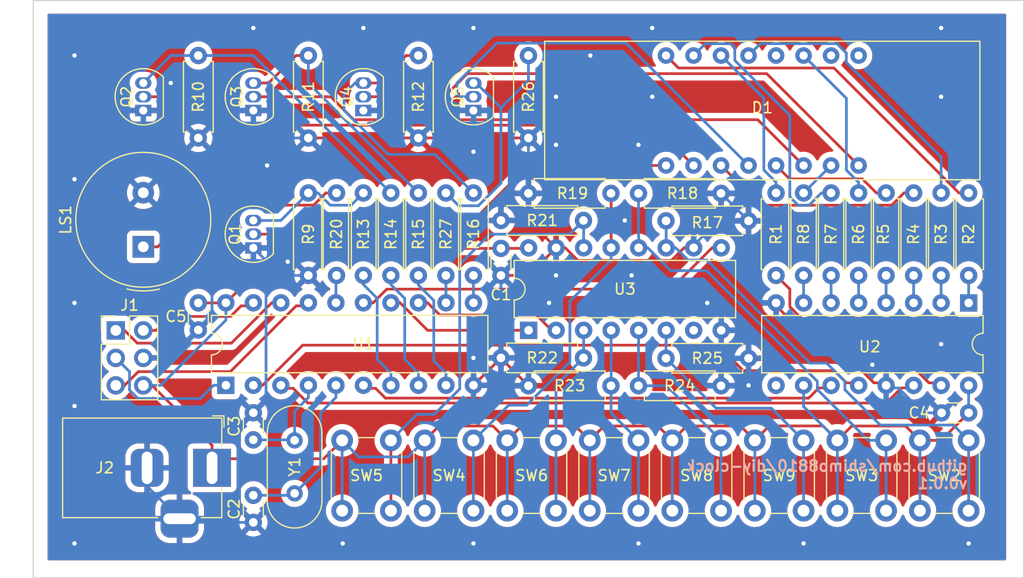
<source format=kicad_pcb>
(kicad_pcb (version 20211014) (generator pcbnew)
  (title_block (date "2023-06-29") (company "shimo8810"))
  (layers (0 "F.Cu" signal) (31 "B.Cu" signal) (34 "B.Paste" user) (35 "F.Paste" user) (36 "B.SilkS" user "B.Silkscreen") (37 "F.SilkS" user "F.Silkscreen") (38 "B.Mask" user) (39 "F.Mask" user) (44 "Edge.Cuts" user))
  (net 0 "")
  (net 1 "+5V")
  (net 2 "GND")
  (net 3 "Net-(C2-Pad2)")
  (net 4 "Net-(C3-Pad2)")
  (net 5 "Net-(D1-Pad1)")
  (net 6 "Net-(D1-Pad2)")
  (net 7 "Net-(D1-Pad3)")
  (net 8 "Net-(D1-Pad4)")
  (net 9 "Net-(D1-Pad5)")
  (net 10 "Net-(D1-Pad6)")
  (net 11 "Net-(D1-Pad7)")
  (net 12 "Net-(D1-Pad8)")
  (net 15 "Net-(D1-Pad11)")
  (net 17 "Net-(D1-Pad13)")
  (net 18 "Net-(D1-Pad14)")
  (net 19 "Net-(D1-Pad15)")
  (net 20 "Net-(D1-Pad16)")
  (net 21 "ISP_MISO")
  (net 22 "ISP_CLK")
  (net 23 "ISP_RESET")
  (net 24 "ISP_MOSI")
  (net 25 "Net-(LS1-Pad1)")
  (net 26 "Net-(Q1-Pad3)")
  (net 27 "Net-(Q2-Pad3)")
  (net 28 "Net-(Q3-Pad3)")
  (net 29 "Net-(Q4-Pad3)")
  (net 30 "Net-(Q5-Pad3)")
  (net 31 "Net-(R1-Pad1)")
  (net 32 "Net-(R2-Pad1)")
  (net 33 "Net-(R3-Pad1)")
  (net 34 "Net-(R4-Pad1)")
  (net 35 "Net-(R5-Pad1)")
  (net 36 "Net-(R6-Pad1)")
  (net 37 "Net-(R7-Pad1)")
  (net 38 "Net-(R8-Pad1)")
  (net 39 "DIG_1")
  (net 40 "DIG_2")
  (net 41 "DIG_3")
  (net 42 "DIG_4")
  (net 43 "Net-(R17-Pad1)")
  (net 44 "Net-(R18-Pad1)")
  (net 45 "Net-(R19-Pad1)")
  (net 46 "Net-(R20-Pad1)")
  (net 47 "Net-(R21-Pad1)")
  (net 48 "Net-(R22-Pad1)")
  (net 49 "Net-(R23-Pad1)")
  (net 50 "Net-(R24-Pad1)")
  (net 51 "Net-(R25-Pad1)")
  (net 52 "DIG_DOT")
  (net 53 "7SEG_RCLK")
  (net 54 "7SEG_SER")
  (net 55 "7SEG_SRCLK")
  (net 56 "SW_CLK")
  (net 57 "SW_S{slash}L")
  (net 58 "SW_OUT")
  (footprint "Button_Switch_THT:SW_PUSH_6mm_H5mm" (layer "F.Cu") (at 145.36 127.785 90)
    (fp_text reference "SW7")
    (fp_text value "SW_Push")
  )
  (footprint "Resistor_THT:R_Axial_DIN0207_L6.3mm_D2.5mm_P7.62mm_Horizontal" (layer "F.Cu") (at 152.4 113.7006)
    (fp_text reference "R25")
    (fp_text value "1k")
  )
  (footprint "Resistor_THT:R_Axial_DIN0207_L6.3mm_D2.5mm_P7.62mm_Horizontal" (layer "F.Cu") (at 132.08 98.425 -90)
    (fp_text reference "R27")
    (fp_text value "3.9k")
  )
  (footprint "Resistor_THT:R_Axial_DIN0207_L6.3mm_D2.5mm_P7.62mm_Horizontal" (layer "F.Cu") (at 109.22 93.345 90)
    (fp_text reference "R10")
    (fp_text value "10k")
  )
  (footprint "Resistor_THT:R_Axial_DIN0207_L6.3mm_D2.5mm_P7.62mm_Horizontal" (layer "F.Cu") (at 147.32 116.2406 180)
    (fp_text reference "R23")
    (fp_text value "1k")
  )
  (footprint "Button_Switch_THT:SW_PUSH_6mm_H5mm" (layer "F.Cu") (at 152.98 127.785 90)
    (fp_text reference "SW8")
    (fp_text value "SW_Push")
  )
  (footprint "Button_Switch_THT:SW_PUSH_6mm_H5mm" (layer "F.Cu") (at 168.22 127.785 90)
    (fp_text reference "SW3")
    (fp_text value "SW_Push")
  )
  (footprint "Button_Switch_THT:SW_PUSH_6mm_H5mm" (layer "F.Cu") (at 137.74 127.785 90)
    (fp_text reference "SW6")
    (fp_text value "SW_Push")
  )
  (footprint "Resistor_THT:R_Axial_DIN0207_L6.3mm_D2.5mm_P7.62mm_Horizontal" (layer "F.Cu") (at 180.34 106.045 90)
    (fp_text reference "R2")
    (fp_text value "330")
  )
  (footprint "Resistor_THT:R_Axial_DIN0207_L6.3mm_D2.5mm_P7.62mm_Horizontal" (layer "F.Cu") (at 129.54 93.345 90)
    (fp_text reference "R12")
    (fp_text value "10k")
  )
  (footprint "Resistor_THT:R_Axial_DIN0207_L6.3mm_D2.5mm_P7.62mm_Horizontal" (layer "F.Cu") (at 139.7 93.345 90)
    (fp_text reference "R26")
    (fp_text value "10k")
  )
  (footprint "Button_Switch_THT:SW_PUSH_6mm_H5mm" (layer "F.Cu") (at 175.84 127.785 90)
    (fp_text reference "SW2")
    (fp_text value "SW_Push")
  )
  (footprint "Resistor_THT:R_Axial_DIN0207_L6.3mm_D2.5mm_P7.62mm_Horizontal" (layer "F.Cu") (at 147.32 98.4606 180)
    (fp_text reference "R19")
    (fp_text value "1k")
  )
  (footprint "Connector_BarrelJack:BarrelJack_Horizontal" (layer "F.Cu") (at 110.49 123.825)
    (fp_text reference "J2")
    (fp_text value "Barrel_Jack_Switch")
  )
  (footprint "Package_DIP:DIP-16_W7.62mm" (layer "F.Cu") (at 180.34 108.585 -90)
    (fp_text reference "U2")
    (fp_text value "74HC595")
  )
  (footprint "Resistor_THT:R_Axial_DIN0207_L6.3mm_D2.5mm_P7.62mm_Horizontal" (layer "F.Cu") (at 134.62 98.425 -90)
    (fp_text reference "R16")
    (fp_text value "3.9k")
  )
  (footprint "Resistor_THT:R_Axial_DIN0207_L6.3mm_D2.5mm_P7.62mm_Horizontal" (layer "F.Cu") (at 175.26 106.045 90)
    (fp_text reference "R4")
    (fp_text value "330")
  )
  (footprint "Resistor_THT:R_Axial_DIN0207_L6.3mm_D2.5mm_P7.62mm_Horizontal" (layer "F.Cu") (at 119.38 106.045 90)
    (fp_text reference "R9")
    (fp_text value "10k")
  )
  (footprint "Capacitor_THT:C_Disc_D3.0mm_W1.6mm_P2.50mm" (layer "F.Cu") (at 114.3 118.737 -90)
    (fp_text reference "C3")
    (fp_text value "22p")
  )
  (footprint "Button_Switch_THT:SW_PUSH_6mm_H5mm" (layer "F.Cu") (at 122.5 127.785 90)
    (fp_text reference "SW5")
    (fp_text value "SW_Push")
  )
  (footprint "Capacitor_THT:C_Disc_D3.0mm_W1.6mm_P2.50mm" (layer "F.Cu") (at 180.34 118.745 180)
    (fp_text reference "C4")
    (fp_text value "0.1u")
  )
  (footprint "Package_TO_SOT_THT:TO-92_Inline" (layer "F.Cu") (at 114.3 103.505 90)
    (fp_text reference "Q1")
    (fp_text value "2SC1815")
  )
  (footprint "Button_Switch_THT:SW_PUSH_6mm_H5mm" (layer "F.Cu") (at 160.6 127.785 90)
    (fp_text reference "SW9")
    (fp_text value "SW_Push")
  )
  (footprint "Resistor_THT:R_Axial_DIN0207_L6.3mm_D2.5mm_P7.62mm_Horizontal" (layer "F.Cu") (at 162.56 106.045 90)
    (fp_text reference "R1")
    (fp_text value "330")
  )
  (footprint "Resistor_THT:R_Axial_DIN0207_L6.3mm_D2.5mm_P7.62mm_Horizontal" (layer "F.Cu") (at 149.86 116.2406)
    (fp_text reference "R24")
    (fp_text value "1k")
  )
  (footprint "Package_TO_SOT_THT:TO-92_Inline" (layer "F.Cu") (at 134.62 90.805 90)
    (fp_text reference "Q5")
    (fp_text value "2SC1815")
  )
  (footprint "Connector_PinHeader_2.54mm:PinHeader_2x03_P2.54mm_Vertical" (layer "F.Cu") (at 101.6 111.125)
    (fp_text reference "J1")
    (fp_text value "Conn_02x03_Counter_Clockwise")
  )
  (footprint "Resistor_THT:R_Axial_DIN0207_L6.3mm_D2.5mm_P7.62mm_Horizontal" (layer "F.Cu") (at 144.78 100.965 180)
    (fp_text reference "R21")
    (fp_text value "1k")
  )
  (footprint "Resistor_THT:R_Axial_DIN0207_L6.3mm_D2.5mm_P7.62mm_Horizontal" (layer "F.Cu") (at 129.54 98.425 -90)
    (fp_text reference "R15")
    (fp_text value "3.9k")
  )
  (footprint "Package_DIP:DIP-16_W7.62mm" (layer "F.Cu") (at 139.715 111.115 90)
    (fp_text reference "U3")
    (fp_text value "74HC165")
  )
  (footprint "Resistor_THT:R_Axial_DIN0207_L6.3mm_D2.5mm_P7.62mm_Horizontal" (layer "F.Cu") (at 167.64 106.045 90)
    (fp_text reference "R7")
    (fp_text value "330")
  )
  (footprint "Resistor_THT:R_Axial_DIN0207_L6.3mm_D2.5mm_P7.62mm_Horizontal" (layer "F.Cu") (at 172.72 106.045 90)
    (fp_text reference "R5")
    (fp_text value "330")
  )
  (footprint "clock:OSL40391-LRA" (layer "F.Cu") (at 161.29 90.805)
    (fp_text reference "D1")
    (fp_text value "OSL40391-LRA")
  )
  (footprint "Resistor_THT:R_Axial_DIN0207_L6.3mm_D2.5mm_P7.62mm_Horizontal" (layer "F.Cu") (at 177.8 106.045 90)
    (fp_text reference "R3")
    (fp_text value "330")
  )
  (footprint "Package_DIP:DIP-20_W7.62mm" (layer "F.Cu") (at 111.765 116.195 90)
    (fp_text reference "U1")
    (fp_text value "ATtiny2313-20P")
  )
  (footprint "Resistor_THT:R_Axial_DIN0207_L6.3mm_D2.5mm_P7.62mm_Horizontal" (layer "F.Cu") (at 149.86 98.4606)
    (fp_text reference "R18")
    (fp_text value "1k")
  )
  (footprint "Button_Switch_THT:SW_PUSH_6mm_H5mm" (layer "F.Cu") (at 130.12 127.785 90)
    (fp_text reference "SW4")
    (fp_text value "SW_Push")
  )
  (footprint "Resistor_THT:R_Axial_DIN0207_L6.3mm_D2.5mm_P7.62mm_Horizontal" (layer "F.Cu") (at 152.4 101.0006)
    (fp_text reference "R17")
    (fp_text value "1k")
  )
  (footprint "Resistor_THT:R_Axial_DIN0207_L6.3mm_D2.5mm_P7.62mm_Horizontal" (layer "F.Cu") (at 165.1 106.045 90)
    (fp_text reference "R8")
    (fp_text value "330")
  )
  (footprint "Buzzer_Beeper:Buzzer_TDK_PS1240P02BT_D12.2mm_H6.5mm" (layer "F.Cu") (at 104.14 103.4035 90)
    (fp_text reference "LS1")
    (fp_text value "Speaker")
  )
  (footprint "Resistor_THT:R_Axial_DIN0207_L6.3mm_D2.5mm_P7.62mm_Horizontal" (layer "F.Cu") (at 144.78 113.665 180)
    (fp_text reference "R22")
    (fp_text value "1k")
  )
  (footprint "Package_TO_SOT_THT:TO-92_Inline" (layer "F.Cu") (at 124.46 90.805 90)
    (fp_text reference "Q4")
    (fp_text value "2SC1815")
  )
  (footprint "Package_TO_SOT_THT:TO-92_Inline" (layer "F.Cu") (at 104.14 90.805 90)
    (fp_text reference "Q2")
    (fp_text value "2SC1815")
  )
  (footprint "Capacitor_THT:C_Disc_D3.0mm_W1.6mm_P2.50mm" (layer "F.Cu") (at 109.22 108.585 -90)
    (fp_text reference "C5")
    (fp_text value "0.1u")
  )
  (footprint "Resistor_THT:R_Axial_DIN0207_L6.3mm_D2.5mm_P7.62mm_Horizontal" (layer "F.Cu") (at 119.38 93.345 90)
    (fp_text reference "R11")
    (fp_text value "10k")
  )
  (footprint "Resistor_THT:R_Axial_DIN0207_L6.3mm_D2.5mm_P7.62mm_Horizontal" (layer "F.Cu") (at 127 98.425 -90)
    (fp_text reference "R14")
    (fp_text value "3.9k")
  )
  (footprint "Package_TO_SOT_THT:TO-92_Inline" (layer "F.Cu") (at 114.3 90.805 90)
    (fp_text reference "Q3")
    (fp_text value "2SC1815")
  )
  (footprint "Crystal:Crystal_HC18-U_Vertical" (layer "F.Cu") (at 118.11 126.185 90)
    (fp_text reference "Y1")
    (fp_text value "16 MHz")
  )
  (footprint "Resistor_THT:R_Axial_DIN0207_L6.3mm_D2.5mm_P7.62mm_Horizontal" (layer "F.Cu") (at 124.46 98.425 -90)
    (fp_text reference "R13")
    (fp_text value "3.9k")
  )
  (footprint "Resistor_THT:R_Axial_DIN0207_L6.3mm_D2.5mm_P7.62mm_Horizontal" (layer "F.Cu") (at 121.98 106.045 90)
    (fp_text reference "R20")
    (fp_text value "1k")
  )
  (footprint "Capacitor_THT:C_Disc_D3.0mm_W1.6mm_P2.50mm" (layer "F.Cu") (at 114.3 128.865 90)
    (fp_text reference "C2")
    (fp_text value "22p")
  )
  (footprint "Resistor_THT:R_Axial_DIN0207_L6.3mm_D2.5mm_P7.62mm_Horizontal" (layer "F.Cu") (at 170.18 106.045 90)
    (fp_text reference "R6")
    (fp_text value "330")
  )
  (footprint "Capacitor_THT:C_Disc_D3.0mm_W1.6mm_P2.50mm" (layer "F.Cu") (at 137.16 103.545 -90)
    (fp_text reference "C1")
    (fp_text value "0.1u")
  )
  (gr_rect (start 93.98 80.645) (end 185.42 133.985) (layer "Edge.Cuts") (width 0.1) (fill none))
  (gr_text "github.com/shimo8810/diy-clock\nv0.0.1" (at 180.34 124.46) (layer "B.SilkS") (effects (font (size 1 1) (thickness 0.2)) (justify left mirror)))
  (segment (start 109.22 108.585) (end 111.755 108.585) (width 0.25) (layer "F.Cu") (net 1))
  (segment (start 137.16 103.545) (end 139.665 103.545) (width 0.25) (layer "F.Cu") (net 1))
  (segment (start 154.3069 119.9581) (end 152.98 121.285) (width 0.25) (layer "F.Cu") (net 1))
  (segment (start 110.49 121.7481) (end 110.49 122.981) (width 0.25) (layer "F.Cu") (net 1))
  (segment (start 151.6531 119.9581) (end 146.6869 119.9581) (width 0.25) (layer "F.Cu") (net 1))
  (segment (start 166.8871 119.9521) (end 168.22 121.285) (width 0.25) (layer "F.Cu") (net 1))
  (segment (start 146.6869 119.9581) (end 145.36 121.285) (width 0.25) (layer "F.Cu") (net 1))
  (segment (start 169.5469 119.9581) (end 168.22 121.285) (width 0.25) (layer "F.Cu") (net 1))
  (segment (start 180.34 118.745) (end 177.8 121.285) (width 0.25) (layer "F.Cu") (net 1))
  (segment (start 144.0331 119.9581) (end 139.0669 119.9581) (width 0.25) (layer "F.Cu") (net 1))
  (segment (start 120.804 122.981) (end 122.5 121.285) (width 0.25) (layer "F.Cu") (net 1))
  (segment (start 137.16 103.545) (end 116.795 103.545) (width 0.25) (layer "F.Cu") (net 1))
  (segment (start 161.9329 119.9521) (end 166.8871 119.9521) (width 0.25) (layer "F.Cu") (net 1))
  (segment (start 174.5131 119.9581) (end 169.5469 119.9581) (width 0.25) (layer "F.Cu") (net 1))
  (segment (start 175.84 121.285) (end 174.5131 119.9581) (width 0.25) (layer "F.Cu") (net 1))
  (segment (start 159.2731 119.9581) (end 154.3069 119.9581) (width 0.25) (layer "F.Cu") (net 1))
  (segment (start 136.4131 119.9581) (end 137.74 121.285) (width 0.25) (layer "F.Cu") (net 1))
  (segment (start 110.49 123.825) (end 110.49 122.981) (width 0.25) (layer "F.Cu") (net 1))
  (segment (start 139.665 103.545) (end 139.715 103.495) (width 0.25) (layer "F.Cu") (net 1))
  (segment (start 111.755 108.585) (end 111.765 108.575) (width 0.25) (layer "F.Cu") (net 1))
  (segment (start 152.98 121.285) (end 151.6531 119.9581) (width 0.25) (layer "F.Cu") (net 1))
  (segment (start 177.8 121.285) (end 175.84 121.285) (width 0.25) (layer "F.Cu") (net 1))
  (segment (start 160.6 121.285) (end 159.2731 119.9581) (width 0.25) (layer "F.Cu") (net 1))
  (segment (start 104.14 116.205) (end 104.9469 116.205) (width 0.25) (layer "F.Cu") (net 1))
  (segment (start 116.795 103.545) (end 111.765 108.575) (width 0.25) (layer "F.Cu") (net 1))
  (segment (start 104.9469 116.205) (end 110.49 121.7481) (width 0.25) (layer "F.Cu") (net 1))
  (segment (start 145.36 121.285) (end 144.0331 119.9581) (width 0.25) (layer "F.Cu") (net 1))
  (segment (start 160.6 121.285) (end 161.9329 119.9521) (width 0.25) (layer "F.Cu") (net 1))
  (segment (start 139.0669 119.9581) (end 137.74 121.285) (width 0.25) (layer "F.Cu") (net 1))
  (segment (start 131.4469 119.9581) (end 136.4131 119.9581) (width 0.25) (layer "F.Cu") (net 1))
  (segment (start 110.49 122.981) (end 120.804 122.981) (width 0.25) (layer "F.Cu") (net 1))
  (segment (start 130.12 121.285) (end 131.4469 119.9581) (width 0.25) (layer "F.Cu") (net 1))
  (segment (start 152.98 123.88) (end 152.98 121.285) (width 0.25) (layer "B.Cu") (net 1))
  (segment (start 130.12 121.285) (end 128.596 122.809) (width 0.25) (layer "B.Cu") (net 1))
  (segment (start 124.024 122.809) (end 122.5 121.285) (width 0.25) (layer "B.Cu") (net 1))
  (segment (start 111.765 110.1824) (end 105.7424 116.205) (width 0.25) (layer "B.Cu") (net 1))
  (segment (start 165.1 116.205) (end 165.1 118.165) (width 0.25) (layer "B.Cu") (net 1))
  (segment (start 152.98 127.785) (end 152.98 123.88) (width 0.25) (layer "B.Cu") (net 1))
  (segment (start 160.6 127.785) (end 160.6 121.285) (width 0.25) (layer "B.Cu") (net 1))
  (segment (start 175.84 121.285) (end 175.84 127.785) (width 0.25) (layer "B.Cu") (net 1))
  (segment (start 180.34 118.745) (end 180.34 116.205) (width 0.25) (layer "B.Cu") (net 1))
  (segment (start 122.5 121.285) (end 122.5 127.785) (width 0.25) (layer "B.Cu") (net 1))
  (segment (start 128.596 122.809) (end 124.024 122.809) (width 0.25) (layer "B.Cu") (net 1))
  (segment (start 130.12 127.785) (end 130.12 121.285) (width 0.25) (layer "B.Cu") (net 1))
  (segment (start 145.36 121.285) (end 145.36 127.785) (width 0.25) (layer "B.Cu") (net 1))
  (segment (start 111.765 108.575) (end 111.765 110.1824) (width 0.25) (layer "B.Cu") (net 1))
  (segment (start 137.74 121.285) (end 137.74 127.785) (width 0.25) (layer "B.Cu") (net 1))
  (segment (start 105.7424 116.205) (end 104.14 116.205) (width 0.25) (layer "B.Cu") (net 1))
  (segment (start 168.22 127.785) (end 168.22 121.285) (width 0.25) (layer "B.Cu") (net 1))
  (segment (start 165.1 118.165) (end 168.22 121.285) (width 0.25) (layer "B.Cu") (net 1))
  (segment (start 172.4865 115.9715) (end 172.72 116.205) (width 0.25) (layer "F.Cu") (net 2))
  (segment (start 144.2643 104.6591) (end 143.1002 103.495) (width 0.25) (layer "F.Cu") (net 2))
  (segment (start 152.8975 104.6591) (end 144.2643 104.6591) (width 0.25) (layer "F.Cu") (net 2))
  (segment (start 154.955 103.495) (end 154.0616 103.495) (width 0.25) (layer "F.Cu") (net 2))
  (segment (start 137.16 106.045) (end 139.705 106.045) (width 0.25) (layer "F.Cu") (net 2))
  (segment (start 137.16 113.665) (end 134.63 116.195) (width 0.25) (layer "F.Cu") (net 2))
  (segment (start 134.63 116.195) (end 134.625 116.195) (width 0.25) (layer "F.Cu") (net 2))
  (segment (start 129.54 93.345) (end 119.38 93.345) (width 0.25) (layer "F.Cu") (net 2))
  (segment (start 161.9966 108.585) (end 162.3035 108.585) (width 0.25) (layer "F.Cu") (net 2))
  (segment (start 160.02 112.2319) (end 160.02 113.7006) (width 0.25) (layer "F.Cu") (net 2))
  (segment (start 162.56 108.585) (end 162.3035 108.585) (width 0.25) (layer "F.Cu") (net 2))
  (segment (start 167.5281 113.8096) (end 169.4312 113.8096) (width 0.25) (layer "F.Cu") (net 2))
  (segment (start 162.3035 108.585) (end 167.5281 113.8096) (width 0.25) (layer "F.Cu") (net 2))
  (segment (start 154.0616 103.495) (end 152.8975 104.6591) (width 0.25) (layer "F.Cu") (net 2))
  (segment (start 160.02 101.0006) (end 160.02 107.1719) (width 0.25) (layer "F.Cu") (net 2))
  (segment (start 139.7 98.4606) (end 139.7 100.94) (width 0.25) (layer "F.Cu") (net 2))
  (segment (start 139.7 116.2406) (end 137.16 113.7006) (width 0.25) (layer "F.Cu") (net 2))
  (segment (start 158.9031 111.115) (end 157.495 111.115) (width 0.25) (layer "F.Cu") (net 2))
  (segment (start 137.16 113.7006) (end 137.16 113.665) (width 0.25) (layer "F.Cu") (net 2))
  (segment (start 143.1002 103.495) (end 142.255 103.495) (width 0.25) (layer "F.Cu") (net 2))
  (segment (start 160.02 107.1719) (end 161.4331 108.585) (width 0.25) (layer "F.Cu") (net 2))
  (segment (start 161.4331 108.585) (end 158.9031 111.115) (width 0.25) (layer "F.Cu") (net 2))
  (segment (start 169.4312 113.8096) (end 171.5931 115.9715) (width 0.25) (layer "F.Cu") (net 2))
  (segment (start 171.5931 115.9715) (end 172.4865 115.9715) (width 0.25) (layer "F.Cu") (net 2))
  (segment (start 161.9966 108.585) (end 161.4331 108.585) (width 0.25) (layer "F.Cu") (net 2))
  (segment (start 139.705 106.045) (end 142.255 103.495) (width 0.25) (layer "F.Cu") (net 2))
  (segment (start 139.7 100.94) (end 142.255 103.495) (width 0.25) (layer "F.Cu") (net 2))
  (segment (start 139.7 93.345) (end 129.54 93.345) (width 0.25) (layer "F.Cu") (net 2))
  (segment (start 158.9031 111.115) (end 160.02 112.2319) (width 0.25) (layer "F.Cu") (net 2))
  (via (at 151.13 83.185) (size 0.8) (drill 0.4) (layers "F.Cu" "B.Cu") (net 2))
  (via (at 177.8 83.185) (size 0.8) (drill 0.4) (layers "F.Cu" "B.Cu") (net 2))
  (via (at 180.34 130.81) (size 0.8) (drill 0.4) (layers "F.Cu" "B.Cu") (net 2))
  (via (at 142.24 106.045) (size 0.8) (drill 0.4) (layers "F.Cu" "B.Cu") (net 2))
  (via (at 165.1 130.81) (size 0.8) (drill 0.4) (layers "F.Cu" "B.Cu") (net 2))
  (via (at 141.605 108.585) (size 0.8) (drill 0.4) (layers "F.Cu" "B.Cu") (net 2))
  (via (at 122.555 130.81) (size 0.8) (drill 0.4) (layers "F.Cu" "B.Cu") (net 2))
  (via (at 97.79 85.725) (size 0.8) (drill 0.4) (layers "F.Cu" "B.Cu") (net 2))
  (via (at 134.62 113.665) (size 0.8) (drill 0.4) (layers "F.Cu" "B.Cu") (net 2))
  (via (at 145.415 85.725) (size 0.8) (drill 0.4) (layers "F.Cu" "B.Cu") (net 2))
  (via (at 97.79 118.11) (size 0.8) (drill 0.4) (layers "F.Cu" "B.Cu") (net 2))
  (via (at 97.79 97.155) (size 0.8) (drill 0.4) (layers "F.Cu" "B.Cu") (net 2))
  (via (at 151.13 89.535) (size 0.8) (drill 0.4) (layers "F.Cu" "B.Cu") (net 2))
  (via (at 97.79 108.585) (size 0.8) (drill 0.4) (layers "F.Cu" "B.Cu") (net 2))
  (via (at 124.46 83.185) (size 0.8) (drill 0.4) (layers "F.Cu" "B.Cu") (net 2))
  (via (at 134.62 94.615) (size 0.8) (drill 0.4) (layers "F.Cu" "B.Cu") (net 2))
  (via (at 156.21 108.585) (size 0.8) (drill 0.4) (layers "F.Cu" "B.Cu") (net 2))
  (via (at 160.02 116.205) (size 0.8) (drill 0.4) (layers "F.Cu" "B.Cu") (net 2))
  (via (at 117.475 104.775) (size 0.8) (drill 0.4) (layers "F.Cu" "B.Cu") (net 2))
  (via (at 97.79 130.81) (size 0.8) (drill 0.4) (layers "F.Cu" "B.Cu") (net 2))
  (via (at 114.3 83.185) (size 0.8) (drill 0.4) (layers "F.Cu" "B.Cu") (net 2))
  (via (at 149.225 106.045) (size 0.8) (drill 0.4) (layers "F.Cu" "B.Cu") (net 2))
  (via (at 134.62 83.185) (size 0.8) (drill 0.4) (layers "F.Cu" "B.Cu") (net 2))
  (via (at 171.45 114.3) (size 0.8) (drill 0.4) (layers "F.Cu" "B.Cu") (net 2))
  (via (at 106.68 88.265) (size 0.8) (drill 0.4) (layers "F.Cu" "B.Cu") (net 2))
  (via (at 142.24 89.535) (size 0.8) (drill 0.4) (layers "F.Cu" "B.Cu") (net 2))
  (via (at 177.8 112.395) (size 0.8) (drill 0.4) (layers "F.Cu" "B.Cu") (net 2))
  (via (at 134.62 130.81) (size 0.8) (drill 0.4) (layers "F.Cu" "B.Cu") (net 2))
  (via (at 149.86 93.98) (size 0.8) (drill 0.4) (layers "F.Cu" "B.Cu") (net 2))
  (via (at 115.57 95.885) (size 0.8) (drill 0.4) (layers "F.Cu" "B.Cu") (net 2))
  (via (at 148.59 100.965) (size 0.8) (drill 0.4) (layers "F.Cu" "B.Cu") (net 2))
  (via (at 142.24 93.98) (size 0.8) (drill 0.4) (layers "F.Cu" "B.Cu") (net 2))
  (via (at 149.86 130.81) (size 0.8) (drill 0.4) (layers "F.Cu" "B.Cu") (net 2))
  (via (at 177.8 89.535) (size 0.8) (drill 0.4) (layers "F.Cu" "B.Cu") (net 2))
  (segment (start 107.83 128.865) (end 114.3 128.865) (width 0.25) (layer "B.Cu") (net 2))
  (segment (start 154.955 103.495) (end 154.955 103.266) (width 0.25) (layer "B.Cu") (net 2))
  (segment (start 114.3 92.075) (end 115.57 93.345) (width 0.25) (layer "B.Cu") (net 2))
  (segment (start 111.76 90.805) (end 109.22 93.345) (width 0.25) (layer "B.Cu") (net 2))
  (segment (start 109.22 111.085) (end 110.4875 109.8175) (width 0.25) (layer "B.Cu") (net 2))
  (segment (start 110.49 108.2189) (end 110.49 106.553) (width 0.25) (layer "B.Cu") (net 2))
  (segment (start 115.4731 106.045) (end 115.4731 117.5639) (width 0.25) (layer "B.Cu") (net 2))
  (segment (start 139.7 98.4606) (end 138.5375 98.4606) (width 0.25) (layer "B.Cu") (net 2))
  (segment (start 124.46 90.805) (end 127 90.805) (width 0.25) (layer "B.Cu") (net 2))
  (segment (start 139.7 93.345) (end 139.7 98.4606) (width 0.25) (layer "B.Cu") (net 2))
  (segment (start 137.16 112.5381) (end 137.16 109.8891) (width 0.25) (layer "B.Cu") (net 2))
  (segment (start 104.14 113.665) (end 106.64 113.665) (width 0.25) (layer "B.Cu") (net 2))
  (segment (start 113.03 127.595) (end 113.03 120.007) (width 0.25) (layer "B.Cu") (net 2))
  (segment (start 176.1534 118.745) (end 173.8469 116.4385) (width 0.25) (layer "B.Cu") (net 2))
  (segment (start 137.16 113.665) (end 137.16 112.5381) (width 0.25) (layer "B.Cu") (net 2))
  (segment (start 110.49 106.553) (end 112.1711 104.8719) (width 0.25) (layer "B.Cu") (net 2))
  (segment (start 109.22 93.345) (end 112.7235 96.8485) (width 0.25) (layer "B.Cu") (net 2))
  (segment (start 160.02 113.7006) (end 160.02 114.8275) (width 0.25) (layer "B.Cu") (net 2))
  (segment (start 109.22 93.345) (end 104.1615 98.4035) (width 0.25) (layer "B.Cu") (net 2))
  (segment (start 104.14 90.805) (end 106.68 90.805) (width 0.25) (layer "B.Cu") (net 2))
  (segment (start 115.4731 106.045) (end 114.3 104.8719) (width 0.25) (layer "B.Cu") (net 2))
  (segment (start 158.6069 116.2406) (end 160.02 114.8275) (width 0.25) (layer "B.Cu") (net 2))
  (segment (start 157.48 100.741) (end 157.48 98.4606) (width 0.25) (layer "B.Cu") (net 2))
  (segment (start 106.64 113.665) (end 109.22 111.085) (width 0.25) (layer "B.Cu") (net 2))
  (segment (start 137.16 107.8013) (end 137.16 106.045) (width 0.25) (layer "B.Cu") (net 2))
  (segment (start 172.9535 116.4385) (end 172.72 116.205) (width 0.25) (layer "B.Cu") (net 2))
  (segment (start 115.57 93.345) (end 116.227 93.345) (width 0.25) (layer "B.Cu") (net 2))
  (segment (start 107.49 128.525) (end 104.49 125.525) (width 0.25) (layer "B.Cu") (net 2))
  (segment (start 113.538 103.505) (end 114.3 103.505) (width 0.25) (layer "B.Cu") (net 2))
  (segment (start 119.38 93.345) (end 116.227 93.345) (width 0.25) (layer "B.Cu") (net 2))
  (segment (start 104.1615 98.4035) (end 104.14 98.4035) (width 0.25) (layer "B.Cu") (net 2))
  (segment (start 173.8469 116.4385) (end 172.9535 116.4385) (width 0.25) (layer "B.Cu") (net 2))
  (segment (start 115.4731 117.5639) (end 114.3 118.737) (width 0.25) (layer "B.Cu") (net 2))
  (segment (start 114.3 128.865) (end 113.03 127.595) (width 0.25) (layer "B.Cu") (net 2))
  (segment (start 113.538 103.505) (end 112.7235 102.6905) (width 0.25) (layer "B.Cu") (net 2))
  (segment (start 154.955 103.266) (end 157.48 100.741) (width 0.25) (layer "B.Cu") (net 2))
  (segment (start 107.49 128.525) (end 107.83 128.865) (width 0.25) (layer "B.Cu") (net 2))
  (segment (start 177.84 118.745) (end 176.1534 118.745) (width 0.25) (layer "B.Cu") (net 2))
  (segment (start 110.4875 109.8175) (end 110.4875 108.2214) (width 0.25) (layer "B.Cu") (net 2))
  (segment (start 112.1711 104.8719) (end 113.538 103.505) (width 0.25) (layer "B.Cu") (net 2))
  (segment (start 132.08 90.805) (end 129.54 93.345) (width 0.25) (layer "B.Cu") (net 2))
  (segment (start 138.5375 98.4606) (end 137.16 99.8381) (width 0.25) (layer "B.Cu") (net 2))
  (segment (start 104.49 125.525) (end 104.49 123.825) (width 0.25) (layer "B.Cu") (net 2))
  (segment (start 116.84 106.045) (end 114.3 103.505) (width 0.25) (layer "B.Cu") (net 2))
  (segment (start 119.38 106.045) (end 116.84 106.045) (width 0.25) (layer "B.Cu") (net 2))
  (segment (start 134.62 90.805) (end 132.08 90.805) (width 0.25) (layer "B.Cu") (net 2))
  (segment (start 112.7235 102.6905) (end 112.7235 96.8485) (width 0.25) (layer "B.Cu") (net 2))
  (segment (start 157.48 116.2406) (end 158.6069 116.2406) (width 0.25) (layer "B.Cu") (net 2))
  (segment (start 137.1615 107.8028) (end 137.16 107.8013) (width 0.25) (layer "B.Cu") (net 2))
  (segment (start 127 90.805) (end 129.54 93.345) (width 0.25) (layer "B.Cu") (net 2))
  (segment (start 114.3 90.805) (end 111.76 90.805) (width 0.25) (layer "B.Cu") (net 2))
  (segment (start 106.68 90.805) (end 109.22 93.345) (width 0.25) (layer "B.Cu") (net 2))
  (segment (start 137.16 109.8891) (end 137.1615 109.8876) (width 0.25) (layer "B.Cu") (net 2))
  (segment (start 160.02 101.0006) (end 157.48 98.4606) (width 0.25) (layer "B.Cu") (net 2))
  (segment (start 137.1615 109.8876) (end 137.1615 107.8028) (width 0.25) (layer "B.Cu") (net 2))
  (segment (start 114.3 104.8719) (end 114.3 103.505) (width 0.25) (layer "B.Cu") (net 2))
  (segment (start 114.3 90.805) (end 114.3 92.075) (width 0.25) (layer "B.Cu") (net 2))
  (segment (start 113.03 120.007) (end 114.3 118.737) (width 0.25) (layer "B.Cu") (net 2))
  (segment (start 110.4875 108.2214) (end 110.49 108.2189) (width 0.25) (layer "B.Cu") (net 2))
  (segment (start 137.16 100.965) (end 137.16 99.8381) (width 0.25) (layer "B.Cu") (net 2))
  (segment (start 118.11 126.185) (end 120.5104 123.7846) (width 0.25) (layer "B.Cu") (net 3))
  (segment (start 114.3 126.365) (end 117.93 126.365) (width 0.25) (layer "B.Cu") (net 3))
  (segment (start 117.93 126.365) (end 118.11 126.185) (width 0.25) (layer "B.Cu") (net 3))
  (segment (start 120.5104 123.7846) (end 120.5104 118.7365) (width 0.25) (layer "B.Cu") (net 3))
  (segment (start 121.925 116.195) (end 121.925 117.3219) (width 0.25) (layer "B.Cu") (net 3))
  (segment (start 120.5104 118.7365) (end 121.925 117.3219) (width 0.25) (layer "B.Cu") (net 3))
  (segment (start 118.11 118.5969) (end 119.385 117.3219) (width 0.25) (layer "B.Cu") (net 4))
  (segment (start 119.385 116.195) (end 119.385 117.3219) (width 0.25) (layer "B.Cu") (net 4))
  (segment (start 118.11 121.237) (end 114.3 121.237) (width 0.25) (layer "B.Cu") (net 4))
  (segment (start 118.11 121.237) (end 118.11 118.5969) (width 0.25) (layer "B.Cu") (net 4))
  (segment (start 118.11 121.285) (end 118.11 121.237) (width 0.25) (layer "B.Cu") (net 4))
  (segment (start 152.4 95.885) (end 139.7 95.885) (width 0.25) (layer "F.Cu") (net 5))
  (segment (start 139.7 95.885) (end 133.35 102.235) (width 0.25) (layer "F.Cu") (net 5))
  (segment (start 133.35 102.235) (end 114.3 102.235) (width 0.25) (layer "F.Cu") (net 5))
  (segment (start 113.3075 92.1634) (end 151.2184 92.1634) (width 0.25) (layer "F.Cu") (net 6))
  (segment (start 104.14 89.535) (end 110.6791 89.535) (width 0.25) (layer "F.Cu") (net 6))
  (segment (start 110.6791 89.535) (end 113.3075 92.1634) (width 0.25) (layer "F.Cu") (net 6))
  (segment (start 151.2184 92.1634) (end 154.94 95.885) (width 0.25) (layer "F.Cu") (net 6))
  (segment (start 175.26 98.425) (end 174.3666 98.425) (width 0.25) (layer "F.Cu") (net 7))
  (segment (start 161.1574 99.5624) (end 157.48 95.885) (width 0.25) (layer "F.Cu") (net 7))
  (segment (start 173.2292 99.5624) (end 161.1574 99.5624) (width 0.25) (layer "F.Cu") (net 7))
  (segment (start 174.3666 98.425) (end 173.2292 99.5624) (width 0.25) (layer "F.Cu") (net 7))
  (segment (start 133.35 89.535) (end 133.096 89.281) (width 0.25) (layer "B.Cu") (net 8))
  (segment (start 134.62 89.535) (end 133.35 89.535) (width 0.25) (layer "B.Cu") (net 8))
  (segment (start 148.715 84.58) (end 160.02 95.885) (width 0.25) (layer "B.Cu") (net 8))
  (segment (start 133.096 88.2617) (end 136.7777 84.58) (width 0.25) (layer "B.Cu") (net 8))
  (segment (start 136.7777 84.58) (end 148.715 84.58) (width 0.25) (layer "B.Cu") (net 8))
  (segment (start 133.096 89.281) (end 133.096 88.2617) (width 0.25) (layer "B.Cu") (net 8))
  (segment (start 171.8266 98.425) (end 170.5297 97.1281) (width 0.25) (layer "F.Cu") (net 9))
  (segment (start 163.8031 97.1281) (end 162.56 95.885) (width 0.25) (layer "F.Cu") (net 9))
  (segment (start 170.5297 97.1281) (end 163.8031 97.1281) (width 0.25) (layer "F.Cu") (net 9))
  (segment (start 172.72 98.425) (end 171.8266 98.425) (width 0.25) (layer "F.Cu") (net 9))
  (segment (start 123.5746 91.6569) (end 160.8719 91.6569) (width 0.25) (layer "F.Cu") (net 10))
  (segment (start 121.4527 89.535) (end 123.5746 91.6569) (width 0.25) (layer "F.Cu") (net 10))
  (segment (start 114.3 89.535) (end 121.4527 89.535) (width 0.25) (layer "F.Cu") (net 10))
  (segment (start 160.8719 91.6569) (end 165.1 95.885) (width 0.25) (layer "F.Cu") (net 10))
  (segment (start 167.64 95.885) (end 165.1 98.425) (width 0.25) (layer "B.Cu") (net 11))
  (segment (start 161.6948 87.3998) (end 170.18 95.885) (width 0.25) (layer "F.Cu") (net 12))
  (segment (start 124.46 89.535) (end 131.9202 89.535) (width 0.25) (layer "F.Cu") (net 12))
  (segment (start 131.9202 89.535) (end 134.0554 87.3998) (width 0.25) (layer "F.Cu") (net 12))
  (segment (start 134.0554 87.3998) (end 161.6948 87.3998) (width 0.25) (layer "F.Cu") (net 12))
  (segment (start 170.18 97.4391) (end 169.0531 96.3122) (width 0.25) (layer "B.Cu") (net 15))
  (segment (start 170.18 98.425) (end 170.18 97.4391) (width 0.25) (layer "B.Cu") (net 15))
  (segment (start 169.0531 89.6781) (end 165.1 85.725) (width 0.25) (layer "B.Cu") (net 15))
  (segment (start 169.0531 96.3122) (end 169.0531 89.6781) (width 0.25) (layer "B.Cu") (net 15))
  (segment (start 169.0495 85.498) (end 168.1796 84.6281) (width 0.25) (layer "B.Cu") (net 17))
  (segment (start 177.8 98.425) (end 177.8 95.1089) (width 0.25) (layer "B.Cu") (net 17))
  (segment (start 168.1796 84.6281) (end 161.1169 84.6281) (width 0.25) (layer "B.Cu") (net 17))
  (segment (start 161.1169 84.6281) (end 160.02 85.725) (width 0.25) (layer "B.Cu") (net 17))
  (segment (start 169.0495 86.3584) (end 169.0495 85.498) (width 0.25) (layer "B.Cu") (net 17))
  (segment (start 177.8 95.1089) (end 169.0495 86.3584) (width 0.25) (layer "B.Cu") (net 17))
  (segment (start 161.4315 89.6765) (end 157.48 85.725) (width 0.25) (layer "B.Cu") (net 18))
  (segment (start 161.4315 96.3107) (end 161.4315 89.6765) (width 0.25) (layer "B.Cu") (net 18))
  (segment (start 162.56 97.4392) (end 161.4315 96.3107) (width 0.25) (layer "B.Cu") (net 18))
  (segment (start 162.56 98.425) (end 162.56 97.4392) (width 0.25) (layer "B.Cu") (net 18))
  (segment (start 154.94 85.725) (end 156.0297 84.6353) (width 0.25) (layer "B.Cu") (net 19))
  (segment (start 166.7466 98.425) (end 167.64 98.425) (width 0.25) (layer "B.Cu") (net 19))
  (segment (start 163.83 98.7867) (end 164.6138 99.5705) (width 0.25) (layer "B.Cu") (net 19))
  (segment (start 158.75 86.1754) (end 163.83 91.2554) (width 0.25) (layer "B.Cu") (net 19))
  (segment (start 156.0297 84.6353) (end 158.4223 84.6353) (width 0.25) (layer "B.Cu") (net 19))
  (segment (start 165.6011 99.5705) (end 166.7466 98.425) (width 0.25) (layer "B.Cu") (net 19))
  (segment (start 158.75 84.963) (end 158.75 86.1754) (width 0.25) (layer "B.Cu") (net 19))
  (segment (start 158.4223 84.6353) (end 158.75 84.963) (width 0.25) (layer "B.Cu") (net 19))
  (segment (start 164.6138 99.5705) (end 165.6011 99.5705) (width 0.25) (layer "B.Cu") (net 19))
  (segment (start 163.83 91.2554) (end 163.83 98.7867) (width 0.25) (layer "B.Cu") (net 19))
  (segment (start 180.34 98.425) (end 179.4466 98.425) (width 0.25) (layer "F.Cu") (net 20))
  (segment (start 153.5555 86.8805) (end 152.4 85.725) (width 0.25) (layer "F.Cu") (net 20))
  (segment (start 179.4466 98.425) (end 167.9021 86.8805) (width 0.25) (layer "F.Cu") (net 20))
  (segment (start 167.9021 86.8805) (end 153.5555 86.8805) (width 0.25) (layer "F.Cu") (net 20))
  (segment (start 102.409 111.125) (end 103.5859 112.3019) (width 0.25) (layer "F.Cu") (net 21))
  (segment (start 115.9998 108.575) (end 116.845 108.575) (width 0.25) (layer "F.Cu") (net 21))
  (segment (start 112.2729 112.3019) (end 115.9998 108.575) (width 0.25) (layer "F.Cu") (net 21))
  (segment (start 101.6 111.125) (end 102.409 111.125) (width 0.25) (layer "F.Cu") (net 21))
  (segment (start 103.5859 112.3019) (end 112.2729 112.3019) (width 0.25) (layer "F.Cu") (net 21))
  (segment (start 106.6069 109.835) (end 105.3169 111.125) (width 0.25) (layer "F.Cu") (net 22))
  (segment (start 104.14 111.125) (end 105.3169 111.125) (width 0.25) (layer "F.Cu") (net 22))
  (segment (start 112.1998 109.835) (end 106.6069 109.835) (width 0.25) (layer "F.Cu") (net 22))
  (segment (start 114.0233 108.8567) (end 114.305 108.575) (width 0.25) (layer "F.Cu") (net 22))
  (segment (start 113.1781 108.8567) (end 112.1998 109.835) (width 0.25) (layer "F.Cu") (net 22))
  (segment (start 113.1781 108.8567) (end 114.0233 108.8567) (width 0.25) (layer "F.Cu") (net 22))
  (segment (start 101.6 113.665) (end 102.87 114.935) (width 0.25) (layer "B.Cu") (net 23))
  (segment (start 103.6512 117.4228) (end 109.4103 117.4228) (width 0.25) (layer "B.Cu") (net 23))
  (segment (start 102.87 116.6416) (end 103.6512 117.4228) (width 0.25) (layer "B.Cu") (net 23))
  (segment (start 110.6381 116.195) (end 111.765 116.195) (width 0.25) (layer "B.Cu") (net 23))
  (segment (start 109.4103 117.4228) (end 110.6381 116.195) (width 0.25) (layer "B.Cu") (net 23))
  (segment (start 102.87 114.935) (end 102.87 116.6416) (width 0.25) (layer "B.Cu") (net 23))
  (segment (start 103.6811 114.935) (end 112.1798 114.935) (width 0.25) (layer "F.Cu") (net 24))
  (segment (start 102.4111 116.205) (end 103.6811 114.935) (width 0.25) (layer "F.Cu") (net 24))
  (segment (start 118.2581 108.8567) (end 119.1033 108.8567) (width 0.25) (layer "F.Cu") (net 24))
  (segment (start 119.1033 108.8567) (end 119.385 108.575) (width 0.25) (layer "F.Cu") (net 24))
  (segment (start 101.6 116.205) (end 102.4111 116.205) (width 0.25) (layer "F.Cu") (net 24))
  (segment (start 112.1798 114.935) (end 118.2581 108.8567) (width 0.25) (layer "F.Cu") (net 24))
  (segment (start 109.3185 99.5519) (end 105.4669 103.4035) (width 0.25) (layer "F.Cu") (net 25))
  (segment (start 121.98 98.425) (end 120.9941 98.425) (width 0.25) (layer "F.Cu") (net 25))
  (segment (start 119.8672 99.5519) (end 109.3185 99.5519) (width 0.25) (layer "F.Cu") (net 25))
  (segment (start 120.9941 98.425) (end 119.8672 99.5519) (width 0.25) (layer "F.Cu") (net 25))
  (segment (start 105.4669 103.4035) (end 104.14 103.4035) (width 0.25) (layer "F.Cu") (net 25))
  (segment (start 120.2734 98.425) (end 121.4046 99.5562) (width 0.25) (layer "B.Cu") (net 26))
  (segment (start 119.38 98.425) (end 120.2734 98.425) (width 0.25) (layer "B.Cu") (net 26))
  (segment (start 121.4046 99.5562) (end 123.3288 99.5562) (width 0.25) (layer "B.Cu") (net 26))
  (segment (start 123.3288 99.5562) (end 124.46 98.425) (width 0.25) (layer "B.Cu") (net 26))
  (segment (start 114.3 100.965) (end 116.84 100.965) (width 0.25) (layer "B.Cu") (net 26))
  (segment (start 116.84 100.965) (end 119.38 98.425) (width 0.25) (layer "B.Cu") (net 26))
  (segment (start 106.68 85.725) (end 104.14 88.265) (width 0.25) (layer "B.Cu") (net 27))
  (segment (start 114.3 85.725) (end 109.22 85.725) (width 0.25) (layer "B.Cu") (net 27))
  (segment (start 127 98.425) (end 114.3 85.725) (width 0.25) (layer "B.Cu") (net 27))
  (segment (start 109.22 85.725) (end 106.68 85.725) (width 0.25) (layer "B.Cu") (net 27))
  (segment (start 118.2531 85.725) (end 119.38 85.725) (width 0.25) (layer "F.Cu") (net 28))
  (segment (start 115.7131 88.265) (end 118.2531 85.725) (width 0.25) (layer "F.Cu") (net 28))
  (segment (start 114.3 88.265) (end 115.7131 88.265) (width 0.25) (layer "F.Cu") (net 28))
  (segment (start 119.38 88.265) (end 129.54 98.425) (width 0.25) (layer "B.Cu") (net 28))
  (segment (start 119.38 85.725) (end 119.38 88.265) (width 0.25) (layer "B.Cu") (net 28))
  (segment (start 124.46 88.265) (end 125.8731 88.265) (width 0.25) (layer "F.Cu") (net 29))
  (segment (start 128.4131 85.725) (end 129.54 85.725) (width 0.25) (layer "F.Cu") (net 29))
  (segment (start 125.8731 88.265) (end 128.4131 85.725) (width 0.25) (layer "F.Cu") (net 29))
  (segment (start 123.698 88.265) (end 124.46 88.265) (width 0.25) (layer "B.Cu") (net 29))
  (segment (start 131.0591 94.8641) (end 126.7439 94.8641) (width 0.25) (layer "B.Cu") (net 29))
  (segment (start 122.682 90.805) (end 122.682 89.281) (width 0.25) (layer "B.Cu") (net 29))
  (segment (start 126.7439 94.8641) (end 123.3831 91.5033) (width 0.25) (layer "B.Cu") (net 29))
  (segment (start 122.682 89.281) (end 123.698 88.265) (width 0.25) (layer "B.Cu") (net 29))
  (segment (start 123.3831 91.5061) (end 122.682 90.805) (width 0.25) (layer "B.Cu") (net 29))
  (segment (start 134.62 98.425) (end 131.0591 94.8641) (width 0.25) (layer "B.Cu") (net 29))
  (segment (start 123.3831 91.5033) (end 123.3831 91.5061) (width 0.25) (layer "B.Cu") (net 29))
  (segment (start 134.62 88.265) (end 134.874 88.265) (width 0.25) (layer "B.Cu") (net 30))
  (segment (start 134.874 88.265) (end 137.16 90.551) (width 0.25) (layer "B.Cu") (net 30))
  (segment (start 137.16 97.5252) (end 135.0786 99.6066) (width 0.25) (layer "B.Cu") (net 30))
  (segment (start 135.0786 99.6066) (end 133.2616 99.6066) (width 0.25) (layer "B.Cu") (net 30))
  (segment (start 133.2616 99.6066) (end 132.08 98.425) (width 0.25) (layer "B.Cu") (net 30))
  (segment (start 137.16 90.551) (end 139.7 88.011) (width 0.25) (layer "B.Cu") (net 30))
  (segment (start 137.16 90.551) (end 137.16 97.5252) (width 0.25) (layer "B.Cu") (net 30))
  (segment (start 139.7 88.011) (end 139.7 85.725) (width 0.25) (layer "B.Cu") (net 30))
  (segment (start 173.0966 112.395) (end 167.2859 112.395) (width 0.25) (layer "F.Cu") (net 31))
  (segment (start 177.5665 115.9715) (end 176.6731 115.9715) (width 0.25) (layer "F.Cu") (net 31))
  (segment (start 167.2859 112.395) (end 163.83 108.9391) (width 0.25) (layer "F.Cu") (net 31))
  (segment (start 176.6731 115.9715) (end 173.0966 112.395) (width 0.25) (layer "F.Cu") (net 31))
  (segment (start 177.8 116.205) (end 177.5665 115.9715) (width 0.25) (layer "F.Cu") (net 31))
  (segment (start 163.83 107.315) (end 163.83 108.9391) (width 0.25) (layer "F.Cu") (net 31))
  (segment (start 162.56 106.045) (end 163.83 107.315) (width 0.25) (layer "F.Cu") (net 31))
  (segment (start 180.34 108.585) (end 180.34 106.045) (width 0.25) (layer "B.Cu") (net 32))
  (segment (start 177.8 106.045) (end 177.8 108.585) (width 0.25) (layer "B.Cu") (net 33))
  (segment (start 175.26 106.045) (end 175.26 108.585) (width 0.25) (layer "B.Cu") (net 34))
  (segment (start 172.72 106.045) (end 172.72 108.585) (width 0.25) (layer "B.Cu") (net 35))
  (segment (start 170.18 106.045) (end 170.18 108.585) (width 0.25) (layer "B.Cu") (net 36))
  (segment (start 167.64 106.045) (end 167.64 108.585) (width 0.25) (layer "B.Cu") (net 37))
  (segment (start 165.1 106.045) (end 165.1 108.585) (width 0.25) (layer "B.Cu") (net 38))
  (segment (start 127.005 115.0681) (end 127.005 116.195) (width 0.25) (layer "B.Cu") (net 39))
  (segment (start 124.46 106.8902) (end 125.735 108.1652) (width 0.25) (layer "B.Cu") (net 39))
  (segment (start 125.735 108.1652) (end 125.735 113.7981) (width 0.25) (layer "B.Cu") (net 39))
  (segment (start 124.46 106.045) (end 124.46 106.8902) (width 0.25) (layer "B.Cu") (net 39))
  (segment (start 125.735 113.7981) (end 127.005 115.0681) (width 0.25) (layer "B.Cu") (net 39))
  (segment (start 129.545 115.0681) (end 129.545 116.195) (width 0.25) (layer "B.Cu") (net 40))
  (segment (start 127 106.8902) (end 128.275 108.1652) (width 0.25) (layer "B.Cu") (net 40))
  (segment (start 128.275 113.7981) (end 129.545 115.0681) (width 0.25) (layer "B.Cu") (net 40))
  (segment (start 128.275 108.1652) (end 128.275 113.7981) (width 0.25) (layer "B.Cu") (net 40))
  (segment (start 127 106.045) (end 127 106.8902) (width 0.25) (layer "B.Cu") (net 40))
  (segment (start 130.9581 113.9412) (end 132.085 115.0681) (width 0.25) (layer "B.Cu") (net 41))
  (segment (start 129.54 106.045) (end 129.54 106.9384) (width 0.25) (layer "B.Cu") (net 41))
  (segment (start 132.085 115.0681) (end 132.085 116.195) (width 0.25) (layer "B.Cu") (net 41))
  (segment (start 129.54 106.9384) (end 130.9581 108.3565) (width 0.25) (layer "B.Cu") (net 41))
  (segment (start 130.9581 108.3565) (end 130.9581 113.9412) (width 0.25) (layer "B.Cu") (net 41))
  (segment (start 134.625 108.575) (end 134.625 107.4481) (width 0.25) (layer "B.Cu") (net 42))
  (segment (start 134.62 107.4431) (end 134.62 106.045) (width 0.25) (layer "B.Cu") (net 42))
  (segment (start 134.625 107.4481) (end 134.62 107.4431) (width 0.25) (layer "B.Cu") (net 42))
  (segment (start 167.2283 114.1455) (end 168.91 115.8272) (width 0.25) (layer "B.Cu") (net 43))
  (segment (start 168.91 115.8272) (end 168.91 116.5983) (width 0.25) (layer "B.Cu") (net 43))
  (segment (start 154.4221 104.6219) (end 156.1781 104.6219) (width 0.25) (layer "B.Cu") (net 43))
  (segment (start 153.2952 103.495) (end 154.4221 104.6219) (width 0.25) (layer "B.Cu") (net 43))
  (segment (start 165.7017 114.1455) (end 167.2283 114.1455) (width 0.25) (layer "B.Cu") (net 43))
  (segment (start 180.34 127.785) (end 180.34 121.285) (width 0.25) (layer "B.Cu") (net 43))
  (segment (start 156.1781 104.6219) (end 165.7017 114.1455) (width 0.25) (layer "B.Cu") (net 43))
  (segment (start 152.4 101.0006) (end 152.415 101.0156) (width 0.25) (layer "B.Cu") (net 43))
  (segment (start 178.9269 119.8719) (end 180.34 121.285) (width 0.25) (layer "B.Cu") (net 43))
  (segment (start 152.415 103.495) (end 153.2952 103.495) (width 0.25) (layer "B.Cu") (net 43))
  (segment (start 172.1836 119.8719) (end 178.9269 119.8719) (width 0.25) (layer "B.Cu") (net 43))
  (segment (start 152.415 101.0156) (end 152.415 103.495) (width 0.25) (layer "B.Cu") (net 43))
  (segment (start 168.91 116.5983) (end 172.1836 119.8719) (width 0.25) (layer "B.Cu") (net 43))
  (segment (start 156.1469 105.6042) (end 166.37 115.8273) (width 0.25) (layer "B.Cu") (net 44))
  (segment (start 171.0664 121.285) (end 172.72 121.285) (width 0.25) (layer "B.Cu") (net 44))
  (segment (start 149.875 103.495) (end 150.7201 103.495) (width 0.25) (layer "B.Cu") (net 44))
  (segment (start 172.72 127.785) (end 172.72 121.285) (width 0.25) (layer "B.Cu") (net 44))
  (segment (start 152.8293 105.6042) (end 156.1469 105.6042) (width 0.25) (layer "B.Cu") (net 44))
  (segment (start 149.86 98.4606) (end 149.86 102.3531) (width 0.25) (layer "B.Cu") (net 44))
  (segment (start 150.7201 103.495) (end 152.8293 105.6042) (width 0.25) (layer "B.Cu") (net 44))
  (segment (start 166.37 116.5886) (end 171.0664 121.285) (width 0.25) (layer "B.Cu") (net 44))
  (segment (start 149.875 103.495) (end 149.875 102.3681) (width 0.25) (layer "B.Cu") (net 44))
  (segment (start 166.37 115.8273) (end 166.37 116.5886) (width 0.25) (layer "B.Cu") (net 44))
  (segment (start 149.86 102.3531) (end 149.875 102.3681) (width 0.25) (layer "B.Cu") (net 44))
  (segment (start 147.335 103.495) (end 147.335 98.4756) (width 0.25) (layer "F.Cu") (net 45))
  (segment (start 147.335 98.4756) (end 147.32 98.4606) (width 0.25) (layer "F.Cu") (net 45))
  (segment (start 143.525 114.0444) (end 143.525 108.4319) (width 0.25) (layer "B.Cu") (net 45))
  (segment (start 139.5364 118.033) (end 143.525 114.0444) (width 0.25) (layer "B.Cu") (net 45))
  (segment (start 134.62 127.785) (end 134.62 121.285) (width 0.25) (layer "B.Cu") (net 45))
  (segment (start 134.62 121.285) (end 137.872 118.033) (width 0.25) (layer "B.Cu") (net 45))
  (segment (start 143.525 108.4319) (end 147.335 104.6219) (width 0.25) (layer "B.Cu") (net 45))
  (segment (start 137.872 118.033) (end 139.5364 118.033) (width 0.25) (layer "B.Cu") (net 45))
  (segment (start 147.335 103.495) (end 147.335 104.6219) (width 0.25) (layer "B.Cu") (net 45))
  (segment (start 121.98 106.045) (end 121.925 106.1) (width 0.25) (layer "B.Cu") (net 46))
  (segment (start 121.925 106.1) (end 121.925 108.575) (width 0.25) (layer "B.Cu") (net 46))
  (segment (start 127 121.285) (end 127 127.785) (width 0.25) (layer "F.Cu") (net 47))
  (segment (start 143.51 102.235) (end 136.144 102.235) (width 0.25) (layer "B.Cu") (net 47))
  (segment (start 133.355 116.5333) (end 131.0022 118.8861) (width 0.25) (layer "B.Cu") (net 47))
  (segment (start 144.78 100.965) (end 143.51 102.235) (width 0.25) (layer "B.Cu") (net 47))
  (segment (start 144.795 100.98) (end 144.78 100.965) (width 0.25) (layer "B.Cu") (net 47))
  (segment (start 133.35 114.1305) (end 133.355 114.1355) (width 0.25) (layer "B.Cu") (net 47))
  (segment (start 131.0022 118.8861) (end 129.3989 118.8861) (width 0.25) (layer "B.Cu") (net 47))
  (segment (start 133.35 105.029) (end 133.35 114.1305) (width 0.25) (layer "B.Cu") (net 47))
  (segment (start 136.144 102.235) (end 133.35 105.029) (width 0.25) (layer "B.Cu") (net 47))
  (segment (start 144.795 103.495) (end 144.795 100.98) (width 0.25) (layer "B.Cu") (net 47))
  (segment (start 129.3989 118.8861) (end 127 121.285) (width 0.25) (layer "B.Cu") (net 47))
  (segment (start 133.355 114.1355) (end 133.355 116.5333) (width 0.25) (layer "B.Cu") (net 47))
  (segment (start 144.795 111.115) (end 144.795 113.65) (width 0.25) (layer "B.Cu") (net 48))
  (segment (start 142.24 121.285) (end 142.24 116.205) (width 0.25) (layer "B.Cu") (net 48))
  (segment (start 144.795 113.65) (end 144.78 113.665) (width 0.25) (layer "B.Cu") (net 48))
  (segment (start 142.24 116.205) (end 144.78 113.665) (width 0.25) (layer "B.Cu") (net 48))
  (segment (start 142.24 127.785) (end 142.24 121.285) (width 0.25) (layer "B.Cu") (net 48))
  (segment (start 149.86 127.785) (end 149.86 121.285) (width 0.25) (layer "B.Cu") (net 49))
  (segment (start 147.3275 116.2406) (end 147.3275 118.7525) (width 0.25) (layer "B.Cu") (net 49))
  (segment (start 147.335 111.115) (end 147.335 116.2331) (width 0.25) (layer "B.Cu") (net 49))
  (segment (start 147.3275 118.7525) (end 149.86 121.285) (width 0.25) (layer "B.Cu") (net 49))
  (segment (start 147.3275 116.2406) (end 147.32 116.2406) (width 0.25) (layer "B.Cu") (net 49))
  (segment (start 147.335 116.2331) (end 147.3275 116.2406) (width 0.25) (layer "B.Cu") (net 49))
  (segment (start 149.86 116.2406) (end 152.4356 116.2406) (width 0.25) (layer "B.Cu") (net 50))
  (segment (start 149.875 111.115) (end 149.875 112.2419) (width 0.25) (layer "B.Cu") (net 50))
  (segment (start 152.4356 116.2406) (end 157.48 121.285) (width 0.25) (layer "B.Cu") (net 50))
  (segment (start 157.48 121.285) (end 157.48 127.785) (width 0.25) (layer "B.Cu") (net 50))
  (segment (start 149.86 112.2569) (end 149.86 116.2406) (width 0.25) (layer "B.Cu") (net 50))
  (segment (start 149.875 112.2419) (end 149.86 112.2569) (width 0.25) (layer "B.Cu") (net 50))
  (segment (start 162.1302 118.3152) (end 157.0146 118.3152) (width 0.25) (layer "B.Cu") (net 51))
  (segment (start 152.415 112.2419) (end 152.4 112.2569) (width 0.25) (layer "B.Cu") (net 51))
  (segment (start 165.1 121.285) (end 162.1302 118.3152) (width 0.25) (layer "B.Cu") (net 51))
  (segment (start 152.4 112.2569) (end 152.4 113.7006) (width 0.25) (layer "B.Cu") (net 51))
  (segment (start 152.415 111.115) (end 152.415 112.2419) (width 0.25) (layer "B.Cu") (net 51))
  (segment (start 157.0146 118.3152) (end 152.4 113.7006) (width 0.25) (layer "B.Cu") (net 51))
  (segment (start 165.1 127.785) (end 165.1 121.285) (width 0.25) (layer "B.Cu") (net 51))
  (segment (start 132.08 107.4431) (end 132.08 106.045) (width 0.25) (layer "B.Cu") (net 52))
  (segment (start 132.085 108.575) (end 132.085 107.4481) (width 0.25) (layer "B.Cu") (net 52))
  (segment (start 132.085 107.4481) (end 132.08 107.4431) (width 0.25) (layer "B.Cu") (net 52))
  (segment (start 114.305 116.195) (end 115.1502 116.195) (width 0.25) (layer "F.Cu") (net 53))
  (segment (start 118.8546 112.4906) (end 157.1828 112.4906) (width 0.25) (layer "F.Cu") (net 53))
  (segment (start 115.1502 116.195) (end 118.8546 112.4906) (width 0.25) (layer "F.Cu") (net 53))
  (segment (start 159.5388 114.8466) (end 167.9282 114.8466) (width 0.25) (layer "F.Cu") (net 53))
  (segment (start 167.9282 114.8466) (end 169.0531 115.9715) (width 0.25) (layer "F.Cu") (net 53))
  (segment (start 169.9465 115.9715) (end 170.18 116.205) (width 0.25) (layer "F.Cu") (net 53))
  (segment (start 157.1828 112.4906) (end 159.5388 114.8466) (width 0.25) (layer "F.Cu") (net 53))
  (segment (start 169.0531 115.9715) (end 169.9465 115.9715) (width 0.25) (layer "F.Cu") (net 53))
  (segment (start 174.1331 116.4385) (end 175.0265 116.4385) (width 0.25) (layer "F.Cu") (net 54))
  (segment (start 117.9719 116.4767) (end 119.3327 117.8375) (width 0.25) (layer "F.Cu") (net 54))
  (segment (start 117.9719 116.4767) (end 117.1267 116.4767) (width 0.25) (layer "F.Cu") (net 54))
  (segment (start 172.7341 117.8375) (end 174.1331 116.4385) (width 0.25) (layer "F.Cu") (net 54))
  (segment (start 117.1267 116.4767) (end 116.845 116.195) (width 0.25) (layer "F.Cu") (net 54))
  (segment (start 119.3327 117.8375) (end 172.7341 117.8375) (width 0.25) (layer "F.Cu") (net 54))
  (segment (start 175.0265 116.4385) (end 175.26 116.205) (width 0.25) (layer "F.Cu") (net 54))
  (segment (start 167.4065 116.4385) (end 167.64 116.205) (width 0.25) (layer "F.Cu") (net 55))
  (segment (start 126.4958 117.3806) (end 165.571 117.3806) (width 0.25) (layer "F.Cu") (net 55))
  (segment (start 124.7467 116.4767) (end 124.465 116.195) (width 0.25) (layer "F.Cu") (net 55))
  (segment (start 165.571 117.3806) (end 166.5131 116.4385) (width 0.25) (layer "F.Cu") (net 55))
  (segment (start 166.5131 116.4385) (end 167.4065 116.4385) (width 0.25) (layer "F.Cu") (net 55))
  (segment (start 125.5919 116.4767) (end 126.4958 117.3806) (width 0.25) (layer "F.Cu") (net 55))
  (segment (start 125.5919 116.4767) (end 124.7467 116.4767) (width 0.25) (layer "F.Cu") (net 55))
  (segment (start 131.517 109.7019) (end 130.3901 108.575) (width 0.25) (layer "F.Cu") (net 56))
  (segment (start 140.4295 109.7019) (end 131.517 109.7019) (width 0.25) (layer "F.Cu") (net 56))
  (segment (start 141.8426 111.115) (end 140.4295 109.7019) (width 0.25) (layer "F.Cu") (net 56))
  (segment (start 130.3901 108.575) (end 129.545 108.575) (width 0.25) (layer "F.Cu") (net 56))
  (segment (start 142.255 111.115) (end 141.8426 111.115) (width 0.25) (layer "F.Cu") (net 56))
  (segment (start 130.3902 111.115) (end 139.715 111.115) (width 0.25) (layer "F.Cu") (net 57))
  (segment (start 127.8502 108.575) (end 130.3902 111.115) (width 0.25) (layer "F.Cu") (net 57))
  (segment (start 127.005 108.575) (end 127.8502 108.575) (width 0.25) (layer "F.Cu") (net 57))
  (segment (start 156.6498 103.495) (end 152.8323 107.3125) (width 0.25) (layer "F.Cu") (net 58))
  (segment (start 152.8323 107.3125) (end 126.6209 107.3125) (width 0.25) (layer "F.Cu") (net 58))
  (segment (start 125.3584 108.575) (end 124.465 108.575) (width 0.25) (layer "F.Cu") (net 58))
  (segment (start 126.6209 107.3125) (end 125.3584 108.575) (width 0.25) (layer "F.Cu") (net 58))
  (segment (start 157.495 103.495) (end 156.6498 103.495) (width 0.25) (layer "F.Cu") (net 58))
  (zone (net 2) (net_name "GND") (layer "F.Cu") (connect_pads (clearance 0.508)) (min_thickness 0.254) (fill yes (thermal_gap 0.508) (thermal_bridge_width 0.508))
    (polygon (pts (xy 183.8 132.365) (xy 95.3 132.365) (xy 95.3 81.865) (xy 183.8 81.865)))
  )
  (zone (net 2) (net_name "GND") (layer "B.Cu") (connect_pads (clearance 0.508)) (min_thickness 0.254) (fill yes (thermal_gap 0.508) (thermal_bridge_width 0.508))
    (polygon (pts (xy 183.8 132.365) (xy 95.3 132.365) (xy 95.3 81.865) (xy 183.8 81.865)))
  )
)
</source>
